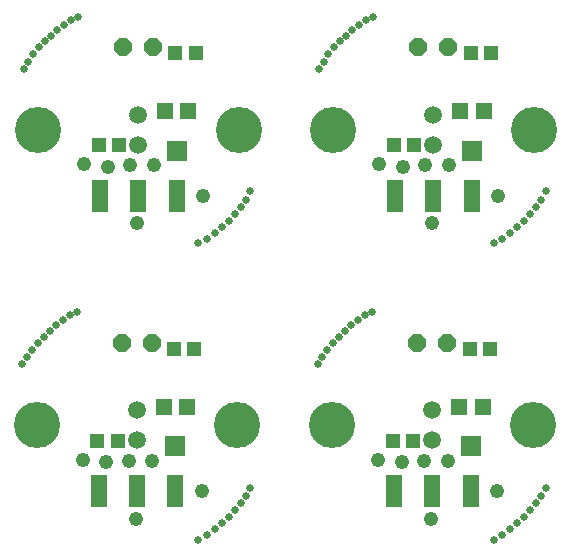
<source format=gts>
G75*
%MOIN*%
%OFA0B0*%
%FSLAX25Y25*%
%IPPOS*%
%LPD*%
%AMOC8*
5,1,8,0,0,1.08239X$1,22.5*
%
%ADD10C,0.15367*%
%ADD11C,0.02572*%
%ADD12C,0.05950*%
%ADD13OC8,0.06000*%
%ADD14R,0.04737X0.05131*%
%ADD15R,0.06706X0.07099*%
%ADD16R,0.05524X0.05524*%
%ADD17R,0.05800X0.10800*%
%ADD18C,0.04762*%
D10*
X0016945Y0050409D03*
X0083874Y0050409D03*
X0115370Y0050409D03*
X0182299Y0050409D03*
X0182693Y0148835D03*
X0115764Y0148835D03*
X0084268Y0148835D03*
X0017339Y0148835D03*
D11*
X0012614Y0169307D03*
X0014189Y0171669D03*
X0015764Y0174031D03*
X0017732Y0176394D03*
X0019701Y0178362D03*
X0021669Y0180331D03*
X0023638Y0182299D03*
X0026000Y0183874D03*
X0028362Y0185449D03*
X0030724Y0186630D03*
X0088205Y0128362D03*
X0086630Y0125606D03*
X0085055Y0123244D03*
X0083087Y0120882D03*
X0081118Y0118520D03*
X0078756Y0116551D03*
X0076394Y0114583D03*
X0073638Y0112614D03*
X0070882Y0111039D03*
X0030331Y0088205D03*
X0027969Y0087024D03*
X0025606Y0085449D03*
X0023244Y0083874D03*
X0021276Y0081906D03*
X0019307Y0079937D03*
X0017339Y0077969D03*
X0015370Y0075606D03*
X0013795Y0073244D03*
X0012220Y0070882D03*
X0070882Y0012220D03*
X0073638Y0013795D03*
X0076394Y0015764D03*
X0078756Y0017732D03*
X0081118Y0019701D03*
X0083087Y0022063D03*
X0085055Y0024425D03*
X0086630Y0026787D03*
X0088205Y0029543D03*
X0110646Y0070882D03*
X0112220Y0073244D03*
X0113795Y0075606D03*
X0115764Y0077969D03*
X0117732Y0079937D03*
X0119701Y0081906D03*
X0121669Y0083874D03*
X0124031Y0085449D03*
X0126394Y0087024D03*
X0128756Y0088205D03*
X0169307Y0111039D03*
X0172063Y0112614D03*
X0174819Y0114583D03*
X0177181Y0116551D03*
X0179543Y0118520D03*
X0181512Y0120882D03*
X0183480Y0123244D03*
X0185055Y0125606D03*
X0186630Y0128362D03*
X0129150Y0186630D03*
X0126787Y0185449D03*
X0124425Y0183874D03*
X0122063Y0182299D03*
X0120094Y0180331D03*
X0118126Y0178362D03*
X0116157Y0176394D03*
X0114189Y0174031D03*
X0112614Y0171669D03*
X0111039Y0169307D03*
X0186630Y0029543D03*
X0185055Y0026787D03*
X0183480Y0024425D03*
X0181512Y0022063D03*
X0179543Y0019701D03*
X0177181Y0017732D03*
X0174819Y0015764D03*
X0172063Y0013795D03*
X0169307Y0012220D03*
D12*
X0148835Y0045409D03*
X0148835Y0055409D03*
X0149228Y0143835D03*
X0149228Y0153835D03*
X0050803Y0153835D03*
X0050803Y0143835D03*
X0050409Y0055409D03*
X0050409Y0045409D03*
D13*
X0045409Y0077969D03*
X0055409Y0077969D03*
X0143835Y0077969D03*
X0153835Y0077969D03*
X0154228Y0176394D03*
X0144228Y0176394D03*
X0055803Y0176394D03*
X0045803Y0176394D03*
D14*
X0063205Y0174425D03*
X0069898Y0174425D03*
X0044307Y0143717D03*
X0037614Y0143717D03*
X0062811Y0076000D03*
X0069504Y0076000D03*
X0043913Y0045291D03*
X0037220Y0045291D03*
X0135646Y0045291D03*
X0142339Y0045291D03*
X0161236Y0076000D03*
X0167929Y0076000D03*
X0142732Y0143717D03*
X0136039Y0143717D03*
X0161630Y0174425D03*
X0168323Y0174425D03*
D15*
X0162024Y0141945D03*
X0063598Y0141945D03*
X0063205Y0043520D03*
X0161630Y0043520D03*
D16*
X0165567Y0056610D03*
X0157693Y0056610D03*
X0067142Y0056610D03*
X0059268Y0056610D03*
X0059661Y0155035D03*
X0067535Y0155035D03*
X0158087Y0155035D03*
X0165961Y0155035D03*
D17*
X0037614Y0028362D03*
X0050409Y0028362D03*
X0063205Y0028362D03*
X0136039Y0028362D03*
X0148835Y0028362D03*
X0161630Y0028362D03*
X0162024Y0126787D03*
X0149228Y0126787D03*
X0136433Y0126787D03*
X0063598Y0126787D03*
X0050803Y0126787D03*
X0038008Y0126787D03*
D18*
X0040567Y0136630D03*
X0048047Y0137024D03*
X0055921Y0137024D03*
X0072457Y0126787D03*
X0050409Y0117732D03*
X0032693Y0137417D03*
X0131118Y0137417D03*
X0138992Y0136630D03*
X0146472Y0137024D03*
X0154346Y0137024D03*
X0170882Y0126787D03*
X0148835Y0117732D03*
X0146079Y0038598D03*
X0138598Y0038205D03*
X0130724Y0038992D03*
X0148441Y0019307D03*
X0153953Y0038598D03*
X0170488Y0028362D03*
X0072063Y0028362D03*
X0055528Y0038598D03*
X0047654Y0038598D03*
X0040173Y0038205D03*
X0032299Y0038992D03*
X0050016Y0019307D03*
M02*

</source>
